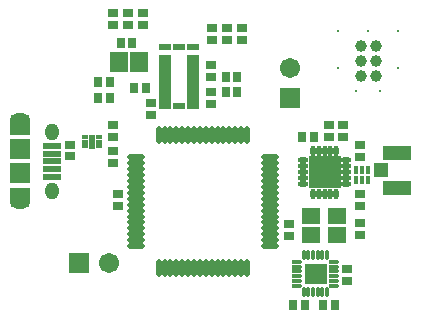
<source format=gts>
%FSTAX23Y23*%
%MOIN*%
%SFA1B1*%

%IPPOS*%
%ADD38R,0.035559X0.031622*%
%ADD39R,0.031622X0.035559*%
%ADD40R,0.021779X0.015087*%
%ADD41R,0.019811X0.045008*%
%ADD42O,0.019811X0.059181*%
%ADD43O,0.059181X0.019811*%
%ADD44R,0.061149X0.023748*%
%ADD45R,0.069023X0.067055*%
%ADD46R,0.063118X0.055244*%
%ADD47R,0.017842X0.029653*%
%ADD48R,0.074929X0.068630*%
%ADD49O,0.015874X0.033590*%
%ADD50O,0.033590X0.015874*%
%ADD51O,0.035559X0.017842*%
%ADD52O,0.017842X0.035559*%
%ADD53R,0.110362X0.110362*%
%ADD54R,0.059181X0.067055*%
%ADD55R,0.043433X0.019811*%
%ADD56R,0.041464X0.019811*%
%ADD57R,0.049338X0.047370*%
%ADD58R,0.094614X0.049338*%
%ADD59C,0.039000*%
%ADD60R,0.069023X0.055244*%
%ADD61R,0.069023X0.055244*%
%ADD62O,0.045401X0.057212*%
%ADD63O,0.069023X0.043433*%
%ADD64R,0.067055X0.067055*%
%ADD65C,0.067055*%
%ADD66R,0.067055X0.067055*%
%ADD67C,0.008000*%
%ADD68C,0.027685*%
%LNcore_prototype_1-1*%
%LPD*%
G54D38*
X041Y03485D03*
Y03525D03*
X03785Y0293D03*
Y0297D03*
X03628Y03096D03*
Y03135D03*
X04594Y03134D03*
Y03095D03*
X04538Y03199D03*
Y0316D03*
X0449Y03199D03*
Y0316D03*
X0455Y0272D03*
Y0268D03*
X04594Y0293D03*
Y0297D03*
X03895Y03275D03*
Y03235D03*
X0377Y03535D03*
Y03575D03*
X0387Y03535D03*
Y03574D03*
X0382Y03535D03*
Y03574D03*
X0415Y03524D03*
Y03485D03*
X042Y03524D03*
Y03485D03*
X04095Y0327D03*
Y03309D03*
Y0336D03*
Y03399D03*
X04355Y0283D03*
Y02869D03*
X04594Y02874D03*
Y02835D03*
X0377Y0316D03*
Y03199D03*
Y03114D03*
Y03075D03*
G54D39*
X0437Y026D03*
X04409D03*
X044Y0316D03*
X04439D03*
X0384Y03325D03*
X0388D03*
X03759Y03345D03*
X0372D03*
X03759Y0329D03*
X0372D03*
X03834Y03475D03*
X03795D03*
X04145Y0331D03*
X04184D03*
X04145Y0336D03*
X04184D03*
X0447Y026D03*
X04509D03*
G54D40*
X03723Y03129D03*
Y03145D03*
Y0316D03*
X03676Y03129D03*
Y03145D03*
Y0316D03*
G54D41*
X037Y03145D03*
G54D42*
X03922Y03167D03*
X03942D03*
X03961D03*
X03981D03*
X04001D03*
X0402D03*
X0404D03*
X0406D03*
X04079D03*
X04099D03*
X04119D03*
X04138D03*
X04158D03*
X04178D03*
X04197D03*
X04217D03*
Y02722D03*
X04197D03*
X04178D03*
X04158D03*
X04138D03*
X04119D03*
X04099D03*
X04079D03*
X0406D03*
X0404D03*
X0402D03*
X04001D03*
X03981D03*
X03961D03*
X03942D03*
X03922D03*
G54D43*
X04292Y03092D03*
Y03072D03*
Y03053D03*
Y03033D03*
Y03013D03*
Y02994D03*
Y02974D03*
Y02954D03*
Y02935D03*
Y02915D03*
Y02895D03*
Y02876D03*
Y02856D03*
Y02836D03*
Y02817D03*
Y02797D03*
X03847D03*
Y02817D03*
Y02836D03*
Y02856D03*
Y02876D03*
Y02895D03*
Y02915D03*
Y02935D03*
Y02954D03*
Y02974D03*
Y02994D03*
Y03013D03*
Y03033D03*
Y03053D03*
Y03072D03*
Y03092D03*
G54D44*
X03568Y03131D03*
Y03105D03*
Y0308D03*
Y03054D03*
Y03028D03*
G54D45*
X03461Y03119D03*
Y0304D03*
G54D46*
X04517Y02896D03*
Y02833D03*
X04431Y02896D03*
Y02833D03*
G54D47*
X04619Y0305D03*
X04599D03*
X04579D03*
Y03016D03*
X04599D03*
X04619D03*
G54D48*
X04445Y02705D03*
G54D49*
X04405Y02767D03*
X04421D03*
X04437D03*
X04452D03*
X04468D03*
X04484D03*
Y02642D03*
X04468D03*
X04452D03*
X04437D03*
X04421D03*
X04405D03*
G54D50*
X04507Y02744D03*
Y02728D03*
Y02712D03*
Y02697D03*
Y02681D03*
Y02665D03*
X04382D03*
Y02681D03*
Y02697D03*
Y02712D03*
Y02728D03*
Y02744D03*
G54D51*
X04402Y03082D03*
Y03062D03*
Y03042D03*
Y03023D03*
Y03003D03*
X04547D03*
Y03023D03*
Y03042D03*
Y03062D03*
Y03082D03*
G54D52*
X04435Y0297D03*
X04455D03*
X04475D03*
X04494D03*
X04514D03*
Y03115D03*
X04494D03*
X04475D03*
X04455D03*
X04435D03*
G54D53*
X04475Y03042D03*
G54D54*
X03858Y0341D03*
X03791D03*
G54D55*
X04035Y03265D03*
Y03285D03*
Y03305D03*
Y03324D03*
Y03344D03*
Y03364D03*
Y03384D03*
Y03461D03*
Y03424D03*
Y03404D03*
X03944D03*
Y03424D03*
Y03461D03*
Y03384D03*
Y03364D03*
Y03344D03*
Y03324D03*
Y03305D03*
Y03285D03*
Y03265D03*
G54D56*
X03989Y03265D03*
Y03461D03*
G54D57*
X04664Y0305D03*
G54D58*
X04715Y02991D03*
Y03108D03*
G54D59*
X04595Y03465D03*
X04645D03*
X04595Y03415D03*
X04645D03*
X04595Y03365D03*
X04645D03*
G54D60*
X03461Y03194D03*
G54D61*
X03461Y02965D03*
G54D62*
X03568Y02981D03*
Y03178D03*
G54D63*
X03461Y02942D03*
Y03217D03*
G54D64*
X0436Y0329D03*
G54D65*
X0436Y0339D03*
X03755Y0274D03*
G54D66*
X03655Y0274D03*
G54D67*
X0452Y0339D03*
Y03515D03*
X0472Y0339D03*
Y03515D03*
X0462D03*
X0466Y03315D03*
X0458D03*
G54D68*
X04453Y03064D03*
X04496D03*
X04453Y03021D03*
X04496D03*
M02*
</source>
